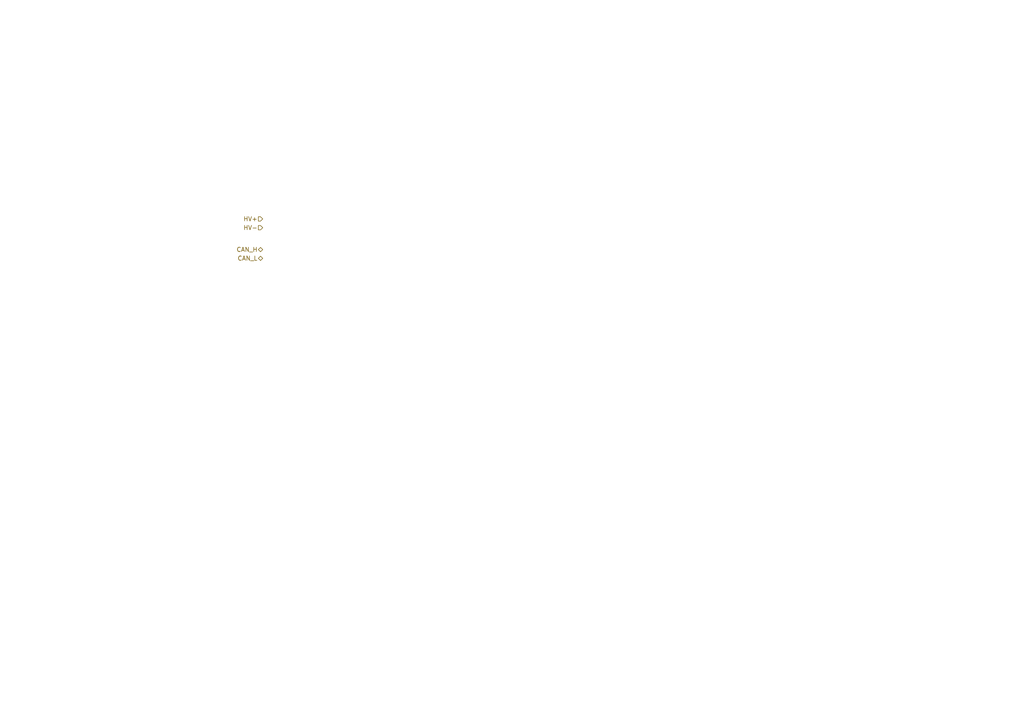
<source format=kicad_sch>
(kicad_sch (version 20230121) (generator eeschema)
  (paper "A4")
  (lib_symbols)
  (hierarchical_label "CAN_H" (shape bidirectional) (at 76.2 72.39 180))
  (hierarchical_label "HV+" (shape input) (at 76.2 63.5 180))
  (hierarchical_label "HV-" (shape input) (at 76.2 66.04 180))
  (hierarchical_label "CAN_L" (shape bidirectional) (at 76.2 74.93 180))
)
</source>
